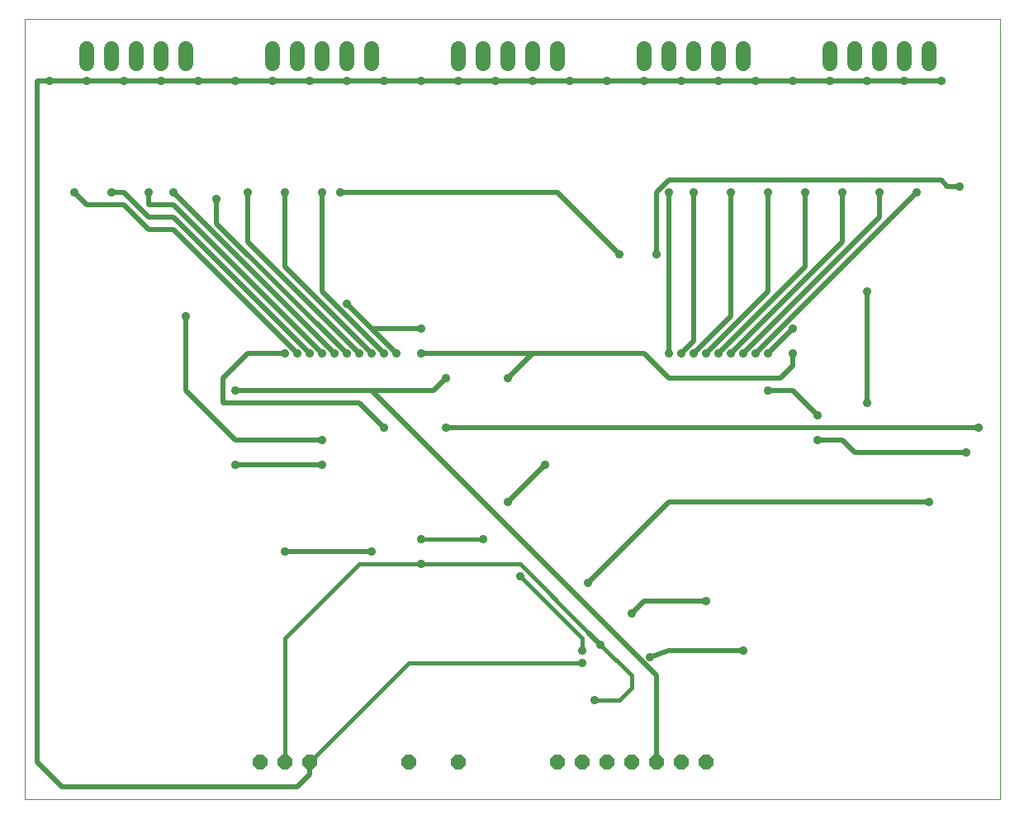
<source format=gbl>
G75*
%MOIN*%
%OFA0B0*%
%FSLAX25Y25*%
%IPPOS*%
%LPD*%
%AMOC8*
5,1,8,0,0,1.08239X$1,22.5*
%
%ADD10C,0.00000*%
%ADD11C,0.06000*%
%ADD12OC8,0.06000*%
%ADD13C,0.03562*%
%ADD14C,0.02000*%
%ADD15C,0.01600*%
D10*
X0001000Y0001000D02*
X0001000Y0315961D01*
X0394701Y0315961D01*
X0394701Y0001000D01*
X0001000Y0001000D01*
D11*
X0026000Y0298000D02*
X0026000Y0304000D01*
X0036000Y0304000D02*
X0036000Y0298000D01*
X0046000Y0298000D02*
X0046000Y0304000D01*
X0056000Y0304000D02*
X0056000Y0298000D01*
X0066000Y0298000D02*
X0066000Y0304000D01*
X0101000Y0304000D02*
X0101000Y0298000D01*
X0111000Y0298000D02*
X0111000Y0304000D01*
X0121000Y0304000D02*
X0121000Y0298000D01*
X0131000Y0298000D02*
X0131000Y0304000D01*
X0141000Y0304000D02*
X0141000Y0298000D01*
X0176000Y0298000D02*
X0176000Y0304000D01*
X0186000Y0304000D02*
X0186000Y0298000D01*
X0196000Y0298000D02*
X0196000Y0304000D01*
X0206000Y0304000D02*
X0206000Y0298000D01*
X0216000Y0298000D02*
X0216000Y0304000D01*
X0251000Y0304000D02*
X0251000Y0298000D01*
X0261000Y0298000D02*
X0261000Y0304000D01*
X0271000Y0304000D02*
X0271000Y0298000D01*
X0281000Y0298000D02*
X0281000Y0304000D01*
X0291000Y0304000D02*
X0291000Y0298000D01*
X0326000Y0298000D02*
X0326000Y0304000D01*
X0336000Y0304000D02*
X0336000Y0298000D01*
X0346000Y0298000D02*
X0346000Y0304000D01*
X0356000Y0304000D02*
X0356000Y0298000D01*
X0366000Y0298000D02*
X0366000Y0304000D01*
D12*
X0276000Y0016000D03*
X0266000Y0016000D03*
X0256000Y0016000D03*
X0246000Y0016000D03*
X0236000Y0016000D03*
X0226000Y0016000D03*
X0216000Y0016000D03*
X0176000Y0016000D03*
X0156000Y0016000D03*
X0116000Y0016000D03*
X0106000Y0016000D03*
X0096000Y0016000D03*
D13*
X0161000Y0096000D03*
X0161000Y0106000D03*
X0141000Y0101000D03*
X0106000Y0101000D03*
X0121000Y0136000D03*
X0121000Y0146000D03*
X0146000Y0151000D03*
X0171000Y0151000D03*
X0171000Y0171000D03*
X0161000Y0181000D03*
X0151000Y0181000D03*
X0146000Y0181000D03*
X0141000Y0181000D03*
X0136000Y0181000D03*
X0131000Y0181000D03*
X0126000Y0181000D03*
X0121000Y0181000D03*
X0116000Y0181000D03*
X0111000Y0181000D03*
X0106000Y0181000D03*
X0086000Y0166000D03*
X0066000Y0196000D03*
X0078500Y0243500D03*
X0091000Y0246000D03*
X0106000Y0246000D03*
X0121000Y0246000D03*
X0128500Y0246000D03*
X0131000Y0201000D03*
X0161000Y0191000D03*
X0196000Y0171000D03*
X0211000Y0136000D03*
X0196000Y0121000D03*
X0186000Y0106000D03*
X0201000Y0091000D03*
X0228500Y0088500D03*
X0246000Y0076000D03*
X0233500Y0063500D03*
X0226000Y0061000D03*
X0226000Y0056000D03*
X0231000Y0041000D03*
X0253500Y0058500D03*
X0276000Y0081000D03*
X0291000Y0061000D03*
X0366000Y0121000D03*
X0381000Y0141000D03*
X0386000Y0151000D03*
X0341000Y0161000D03*
X0321000Y0156000D03*
X0321000Y0146000D03*
X0301000Y0166000D03*
X0301000Y0181000D03*
X0296000Y0181000D03*
X0291000Y0181000D03*
X0286000Y0181000D03*
X0281000Y0181000D03*
X0276000Y0181000D03*
X0271000Y0181000D03*
X0266000Y0181000D03*
X0261000Y0181000D03*
X0256000Y0221000D03*
X0241000Y0221000D03*
X0261000Y0246000D03*
X0271000Y0246000D03*
X0286000Y0246000D03*
X0301000Y0246000D03*
X0316000Y0246000D03*
X0331000Y0246000D03*
X0346000Y0246000D03*
X0361000Y0246000D03*
X0378500Y0248500D03*
X0371000Y0291000D03*
X0356000Y0291000D03*
X0341000Y0291000D03*
X0326000Y0291000D03*
X0311000Y0291000D03*
X0296000Y0291000D03*
X0281000Y0291000D03*
X0266000Y0291000D03*
X0251000Y0291000D03*
X0236000Y0291000D03*
X0221000Y0291000D03*
X0206000Y0291000D03*
X0191000Y0291000D03*
X0176000Y0291000D03*
X0161000Y0291000D03*
X0146000Y0291000D03*
X0131000Y0291000D03*
X0116000Y0291000D03*
X0101000Y0291000D03*
X0086000Y0291000D03*
X0071000Y0291000D03*
X0056000Y0291000D03*
X0041000Y0291000D03*
X0026000Y0291000D03*
X0011000Y0291000D03*
X0021000Y0246000D03*
X0036000Y0246000D03*
X0051000Y0246000D03*
X0061000Y0246000D03*
X0086000Y0136000D03*
X0311000Y0181000D03*
X0311000Y0191000D03*
X0341000Y0206000D03*
D14*
X0341000Y0161000D01*
X0331000Y0146000D02*
X0336000Y0141000D01*
X0381000Y0141000D01*
X0386000Y0151000D02*
X0171000Y0151000D01*
X0166000Y0166000D02*
X0141000Y0166000D01*
X0256000Y0051000D01*
X0256000Y0016000D01*
X0253500Y0058500D02*
X0261000Y0061000D01*
X0291000Y0061000D01*
X0276000Y0081000D02*
X0251000Y0081000D01*
X0246000Y0076000D01*
X0233500Y0063500D02*
X0228500Y0068500D01*
X0228500Y0088500D02*
X0261000Y0121000D01*
X0366000Y0121000D01*
X0331000Y0146000D02*
X0321000Y0146000D01*
X0321000Y0156000D02*
X0311000Y0166000D01*
X0301000Y0166000D01*
X0306000Y0171000D02*
X0311000Y0176000D01*
X0311000Y0181000D01*
X0301000Y0181000D02*
X0311000Y0191000D01*
X0301000Y0206000D02*
X0276000Y0181000D01*
X0271000Y0181000D02*
X0286000Y0196000D01*
X0286000Y0246000D01*
X0271000Y0246000D02*
X0271000Y0186000D01*
X0266000Y0181000D01*
X0261000Y0181000D02*
X0261000Y0246000D01*
X0256000Y0246000D02*
X0256000Y0221000D01*
X0241000Y0221000D02*
X0216000Y0246000D01*
X0128500Y0246000D01*
X0121000Y0246000D02*
X0121000Y0206000D01*
X0146000Y0181000D01*
X0141000Y0181000D02*
X0106000Y0216000D01*
X0106000Y0246000D01*
X0091000Y0246000D02*
X0091000Y0226000D01*
X0136000Y0181000D01*
X0131000Y0181000D02*
X0078500Y0233500D01*
X0078500Y0243500D01*
X0061000Y0241000D02*
X0121000Y0181000D01*
X0116000Y0181000D02*
X0061000Y0236000D01*
X0051000Y0236000D01*
X0041000Y0246000D01*
X0036000Y0246000D01*
X0041000Y0241000D02*
X0051000Y0231000D01*
X0061000Y0231000D01*
X0111000Y0181000D01*
X0106000Y0181000D02*
X0091000Y0181000D01*
X0081000Y0171000D01*
X0081000Y0161000D01*
X0136000Y0161000D01*
X0146000Y0151000D01*
X0141000Y0166000D02*
X0086000Y0166000D01*
X0066000Y0166000D02*
X0066000Y0196000D01*
X0066000Y0166000D02*
X0086000Y0146000D01*
X0121000Y0146000D01*
X0121000Y0136000D02*
X0086000Y0136000D01*
X0106000Y0101000D02*
X0141000Y0101000D01*
X0196000Y0121000D02*
X0211000Y0136000D01*
X0196000Y0171000D02*
X0206000Y0181000D01*
X0161000Y0181000D01*
X0151000Y0181000D02*
X0141000Y0191000D01*
X0161000Y0191000D01*
X0141000Y0191000D02*
X0131000Y0201000D01*
X0126000Y0181000D02*
X0061000Y0246000D01*
X0061000Y0241000D02*
X0051000Y0241000D01*
X0051000Y0246000D01*
X0041000Y0241000D02*
X0026000Y0241000D01*
X0021000Y0246000D01*
X0026000Y0291000D02*
X0011000Y0291000D01*
X0006000Y0291000D02*
X0006000Y0016000D01*
X0016000Y0006000D01*
X0111000Y0006000D01*
X0116000Y0011000D01*
X0116000Y0016000D01*
X0166000Y0166000D02*
X0171000Y0171000D01*
X0206000Y0181000D02*
X0251000Y0181000D01*
X0261000Y0171000D01*
X0306000Y0171000D01*
X0296000Y0181000D02*
X0361000Y0246000D01*
X0371000Y0251000D02*
X0261000Y0251000D01*
X0256000Y0246000D01*
X0301000Y0246000D02*
X0301000Y0206000D01*
X0316000Y0216000D02*
X0281000Y0181000D01*
X0286000Y0181000D02*
X0331000Y0226000D01*
X0331000Y0246000D01*
X0346000Y0246000D02*
X0346000Y0236000D01*
X0291000Y0181000D01*
X0316000Y0216000D02*
X0316000Y0246000D01*
X0311000Y0291000D02*
X0296000Y0291000D01*
X0281000Y0291000D01*
X0266000Y0291000D01*
X0251000Y0291000D01*
X0236000Y0291000D01*
X0221000Y0291000D01*
X0206000Y0291000D01*
X0191000Y0291000D01*
X0176000Y0291000D01*
X0161000Y0291000D01*
X0146000Y0291000D01*
X0131000Y0291000D01*
X0116000Y0291000D01*
X0101000Y0291000D01*
X0006000Y0291000D01*
X0026000Y0291000D02*
X0041000Y0291000D01*
X0056000Y0291000D01*
X0071000Y0291000D01*
X0086000Y0291000D01*
X0101000Y0291000D01*
X0311000Y0291000D02*
X0326000Y0291000D01*
X0341000Y0291000D01*
X0356000Y0291000D01*
X0371000Y0291000D01*
X0371000Y0251000D02*
X0373500Y0248500D01*
X0378500Y0248500D01*
D15*
X0201000Y0096000D02*
X0161000Y0096000D01*
X0136000Y0096000D01*
X0106000Y0066000D01*
X0106000Y0016000D01*
X0116000Y0016000D02*
X0156000Y0056000D01*
X0226000Y0056000D01*
X0226000Y0061000D02*
X0226000Y0066000D01*
X0201000Y0091000D01*
X0201000Y0096000D02*
X0228500Y0068500D01*
X0233500Y0063500D02*
X0246000Y0051000D01*
X0246000Y0046000D01*
X0241000Y0041000D01*
X0231000Y0041000D01*
X0186000Y0106000D02*
X0161000Y0106000D01*
M02*

</source>
